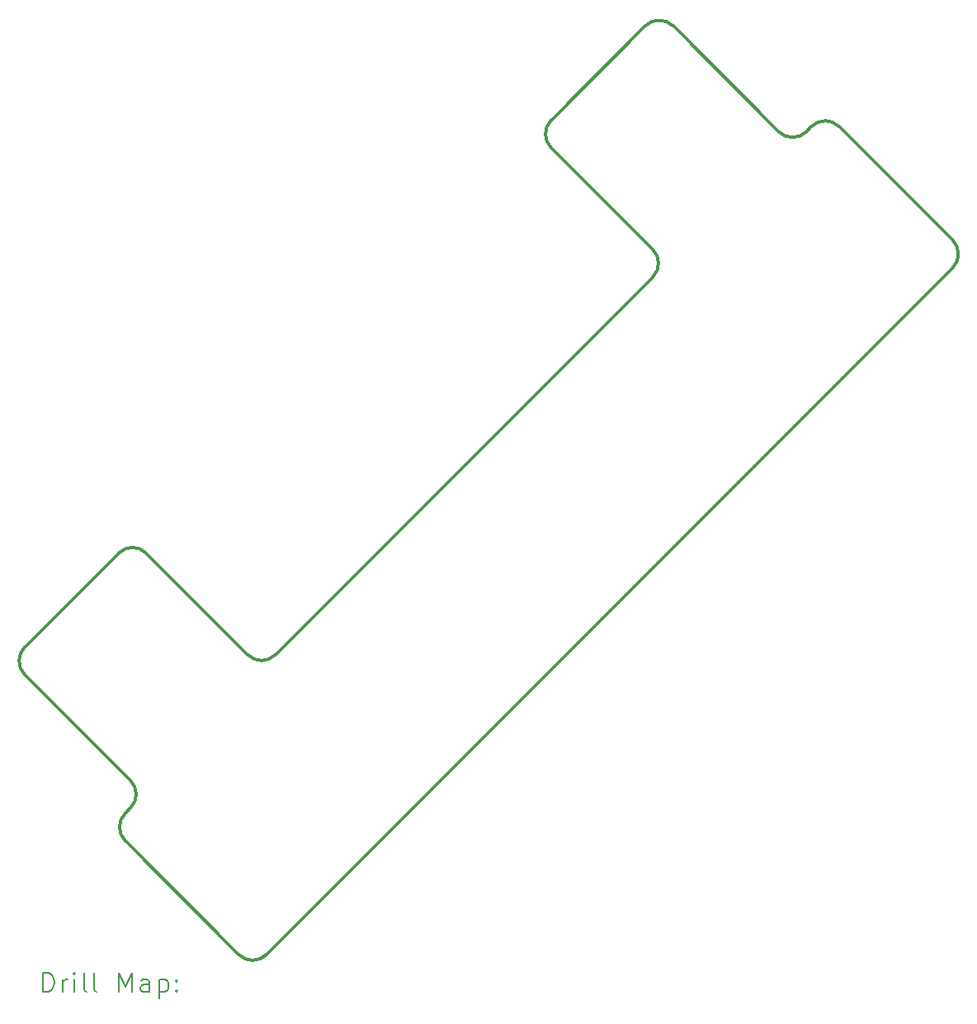
<source format=gbr>
%TF.GenerationSoftware,KiCad,Pcbnew,8.0.5*%
%TF.CreationDate,2024-09-29T21:28:24+09:00*%
%TF.ProjectId,SandyLP_Plate_Base_Center,53616e64-794c-4505-9f50-6c6174655f42,v.0*%
%TF.SameCoordinates,Original*%
%TF.FileFunction,Drillmap*%
%TF.FilePolarity,Positive*%
%FSLAX45Y45*%
G04 Gerber Fmt 4.5, Leading zero omitted, Abs format (unit mm)*
G04 Created by KiCad (PCBNEW 8.0.5) date 2024-09-29 21:28:24*
%MOMM*%
%LPD*%
G01*
G04 APERTURE LIST*
%ADD10C,0.300000*%
%ADD11C,0.200000*%
G04 APERTURE END LIST*
D10*
X12613939Y-13180623D02*
X13779663Y-14346348D01*
X12613939Y-12897781D02*
X12667855Y-12843864D01*
X11582771Y-11475936D02*
X12667855Y-12561021D01*
X11582771Y-11193093D02*
X12546308Y-10229556D01*
X12829151Y-10229556D02*
X13872136Y-11272541D01*
X18026831Y-7400689D02*
X14154979Y-11272541D01*
X16983845Y-6074861D02*
X18026831Y-7117847D01*
X17950920Y-4824935D02*
X16983845Y-5792019D01*
X18233763Y-4824935D02*
X19318848Y-5910020D01*
X19655607Y-5856103D02*
X19601690Y-5910020D01*
X21104190Y-7304663D02*
X14062506Y-14346348D01*
X19938450Y-5856103D02*
X21104190Y-7021821D01*
X12613939Y-13180623D02*
G75*
G02*
X12613940Y-12897782I141409J141420D01*
G01*
X14062506Y-14346348D02*
G75*
G02*
X13779663Y-14346348I-141422J141437D01*
G01*
X11582771Y-11475936D02*
G75*
G02*
X11582766Y-11193089I141432J141426D01*
G01*
X12667855Y-12561021D02*
G75*
G02*
X12667857Y-12843865I-141433J-141423D01*
G01*
X12546308Y-10229556D02*
G75*
G02*
X12829156Y-10229551I141426J-141422D01*
G01*
X14154979Y-11272541D02*
G75*
G02*
X13872138Y-11272539I-141420J141423D01*
G01*
X16983845Y-6074861D02*
G75*
G02*
X16983850Y-5792023I141422J141417D01*
G01*
X18026831Y-7117847D02*
G75*
G02*
X18026832Y-7400691I-141423J-141423D01*
G01*
X17950920Y-4824935D02*
G75*
G02*
X18233764Y-4824934I141422J-141435D01*
G01*
X19601690Y-5910020D02*
G75*
G02*
X19318847Y-5910020I-141422J141437D01*
G01*
X19655607Y-5856103D02*
G75*
G02*
X19938450Y-5856103I141421J-141434D01*
G01*
X21104190Y-7021821D02*
G75*
G02*
X21104193Y-7304666I-141412J-141424D01*
G01*
D11*
X11769968Y-14731406D02*
X11769968Y-14531406D01*
X11769968Y-14531406D02*
X11817587Y-14531406D01*
X11817587Y-14531406D02*
X11846159Y-14540930D01*
X11846159Y-14540930D02*
X11865207Y-14559977D01*
X11865207Y-14559977D02*
X11874730Y-14579025D01*
X11874730Y-14579025D02*
X11884254Y-14617120D01*
X11884254Y-14617120D02*
X11884254Y-14645692D01*
X11884254Y-14645692D02*
X11874730Y-14683787D01*
X11874730Y-14683787D02*
X11865207Y-14702834D01*
X11865207Y-14702834D02*
X11846159Y-14721882D01*
X11846159Y-14721882D02*
X11817587Y-14731406D01*
X11817587Y-14731406D02*
X11769968Y-14731406D01*
X11969968Y-14731406D02*
X11969968Y-14598072D01*
X11969968Y-14636168D02*
X11979492Y-14617120D01*
X11979492Y-14617120D02*
X11989016Y-14607596D01*
X11989016Y-14607596D02*
X12008064Y-14598072D01*
X12008064Y-14598072D02*
X12027111Y-14598072D01*
X12093778Y-14731406D02*
X12093778Y-14598072D01*
X12093778Y-14531406D02*
X12084254Y-14540930D01*
X12084254Y-14540930D02*
X12093778Y-14550453D01*
X12093778Y-14550453D02*
X12103302Y-14540930D01*
X12103302Y-14540930D02*
X12093778Y-14531406D01*
X12093778Y-14531406D02*
X12093778Y-14550453D01*
X12217587Y-14731406D02*
X12198540Y-14721882D01*
X12198540Y-14721882D02*
X12189016Y-14702834D01*
X12189016Y-14702834D02*
X12189016Y-14531406D01*
X12322349Y-14731406D02*
X12303302Y-14721882D01*
X12303302Y-14721882D02*
X12293778Y-14702834D01*
X12293778Y-14702834D02*
X12293778Y-14531406D01*
X12550921Y-14731406D02*
X12550921Y-14531406D01*
X12550921Y-14531406D02*
X12617588Y-14674263D01*
X12617588Y-14674263D02*
X12684254Y-14531406D01*
X12684254Y-14531406D02*
X12684254Y-14731406D01*
X12865207Y-14731406D02*
X12865207Y-14626644D01*
X12865207Y-14626644D02*
X12855683Y-14607596D01*
X12855683Y-14607596D02*
X12836635Y-14598072D01*
X12836635Y-14598072D02*
X12798540Y-14598072D01*
X12798540Y-14598072D02*
X12779492Y-14607596D01*
X12865207Y-14721882D02*
X12846159Y-14731406D01*
X12846159Y-14731406D02*
X12798540Y-14731406D01*
X12798540Y-14731406D02*
X12779492Y-14721882D01*
X12779492Y-14721882D02*
X12769968Y-14702834D01*
X12769968Y-14702834D02*
X12769968Y-14683787D01*
X12769968Y-14683787D02*
X12779492Y-14664739D01*
X12779492Y-14664739D02*
X12798540Y-14655215D01*
X12798540Y-14655215D02*
X12846159Y-14655215D01*
X12846159Y-14655215D02*
X12865207Y-14645692D01*
X12960445Y-14598072D02*
X12960445Y-14798072D01*
X12960445Y-14607596D02*
X12979492Y-14598072D01*
X12979492Y-14598072D02*
X13017588Y-14598072D01*
X13017588Y-14598072D02*
X13036635Y-14607596D01*
X13036635Y-14607596D02*
X13046159Y-14617120D01*
X13046159Y-14617120D02*
X13055683Y-14636168D01*
X13055683Y-14636168D02*
X13055683Y-14693311D01*
X13055683Y-14693311D02*
X13046159Y-14712358D01*
X13046159Y-14712358D02*
X13036635Y-14721882D01*
X13036635Y-14721882D02*
X13017588Y-14731406D01*
X13017588Y-14731406D02*
X12979492Y-14731406D01*
X12979492Y-14731406D02*
X12960445Y-14721882D01*
X13141397Y-14712358D02*
X13150921Y-14721882D01*
X13150921Y-14721882D02*
X13141397Y-14731406D01*
X13141397Y-14731406D02*
X13131873Y-14721882D01*
X13131873Y-14721882D02*
X13141397Y-14712358D01*
X13141397Y-14712358D02*
X13141397Y-14731406D01*
X13141397Y-14607596D02*
X13150921Y-14617120D01*
X13150921Y-14617120D02*
X13141397Y-14626644D01*
X13141397Y-14626644D02*
X13131873Y-14617120D01*
X13131873Y-14617120D02*
X13141397Y-14607596D01*
X13141397Y-14607596D02*
X13141397Y-14626644D01*
M02*

</source>
